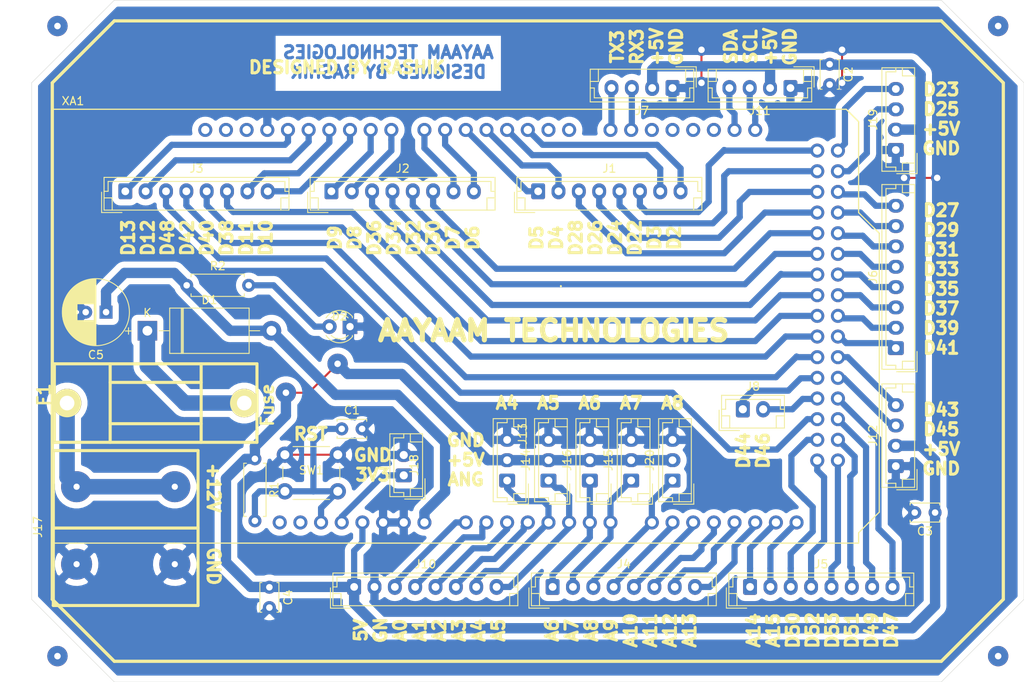
<source format=kicad_pcb>
(kicad_pcb (version 20171130) (host pcbnew 5.1.2-f72e74a~80~ubuntu18.04.1)
  (layers (0 F.Cu signal) (31 B.Cu signal) (34 B.Paste user) (35 F.Paste user) (36 B.SilkS user) (37 F.SilkS user) (38 B.Mask user) (39 F.Mask user) (44 Edge.Cuts user))
  (net 0 "")
  (net 1 GND)
  (net 2 "Net-(C1-Pad1)")
  (net 3 +5V)
  (net 4 +12V)
  (net 5 "Net-(D1-Pad1)")
  (net 6 "Net-(D2-Pad2)")
  (net 7 "Net-(F1-Pad2)")
  (net 8 D5)
  (net 9 D4)
  (net 10 D28)
  (net 11 D26)
  (net 12 D24)
  (net 13 D22)
  (net 14 D3)
  (net 15 D2)
  (net 16 D6)
  (net 17 D7)
  (net 18 D30)
  (net 19 D32)
  (net 20 D34)
  (net 21 D36)
  (net 22 D8)
  (net 23 D9)
  (net 24 D13)
  (net 25 D12)
  (net 26 D48)
  (net 27 D42)
  (net 28 D40)
  (net 29 D38)
  (net 30 D11)
  (net 31 D10)
  (net 32 A4)
  (net 33 A5)
  (net 34 A6)
  (net 35 A7)
  (net 36 A8)
  (net 37 A9)
  (net 38 A10)
  (net 39 A11)
  (net 40 D47)
  (net 41 D49)
  (net 42 D51)
  (net 43 D50)
  (net 44 A15)
  (net 45 A14)
  (net 46 A13)
  (net 47 A12)
  (net 48 D31)
  (net 49 D33)
  (net 50 D35)
  (net 51 D37)
  (net 52 D39)
  (net 53 D41)
  (net 54 D43)
  (net 55 D45)
  (net 56 Tx1)
  (net 57 Rx1)
  (net 58 D27)
  (net 59 D29)
  (net 60 D25)
  (net 61 D23)
  (net 62 A0)
  (net 63 A1)
  (net 64 A3)
  (net 65 A2)
  (net 66 +3V3)
  (net 67 "Net-(XA1-PadIORF)")
  (net 68 SCL)
  (net 69 SDA)
  (net 70 Rx2)
  (net 71 Tx2)
  (net 72 Rx3)
  (net 73 Tx3)
  (net 74 "Net-(XA1-PadD0)")
  (net 75 "Net-(XA1-PadD1)")
  (net 76 "Net-(XA1-PadSCL)")
  (net 77 "Net-(XA1-PadSDA)")
  (net 78 "Net-(XA1-PadAREF)")
  (net 79 D44)
  (net 80 D46)
  (net 81 D52)
  (net 82 D53)
  (module Arduino:Arduino_Mega2560_Shield (layer F.Cu) (at 88.9 115.010001)
    (fp_text reference XA1 (at 2.54 -54.356) (layer F.SilkS))
    (fp_text value Arduino_Mega2560_Shield)
    (fp_text user . (at 62.484 -32.004) (layer F.SilkS))
    (pad A0 thru_hole oval (at 50.8 -2.54) (size 1.7272 1.7272) (drill 1.016) (layers *.Cu *.Mask) (net 62 A0))
    (pad VIN thru_hole oval (at 45.72 -2.54) (size 1.7272 1.7272) (drill 1.016) (layers *.Cu *.Mask) (net 4 +12V))
    (pad GND3 thru_hole oval (at 43.18 -2.54) (size 1.7272 1.7272) (drill 1.016) (layers *.Cu *.Mask) (net 1 GND))
    (pad GND2 thru_hole oval (at 40.64 -2.54) (size 1.7272 1.7272) (drill 1.016) (layers *.Cu *.Mask) (net 1 GND))
    (pad 5V1 thru_hole oval (at 38.1 -2.54) (size 1.7272 1.7272) (drill 1.016) (layers *.Cu *.Mask) (net 3 +5V))
    (pad 3V3 thru_hole oval (at 35.56 -2.54) (size 1.7272 1.7272) (drill 1.016) (layers *.Cu *.Mask) (net 66 +3V3))
    (pad RST1 thru_hole oval (at 33.02 -2.54) (size 1.7272 1.7272) (drill 1.016) (layers *.Cu *.Mask) (net 2 "Net-(C1-Pad1)"))
    (pad IORF thru_hole oval (at 30.48 -2.54) (size 1.7272 1.7272) (drill 1.016) (layers *.Cu *.Mask) (net 67 "Net-(XA1-PadIORF)"))
    (pad D21 thru_hole oval (at 86.36 -50.8) (size 1.7272 1.7272) (drill 1.016) (layers *.Cu *.Mask) (net 68 SCL))
    (pad D20 thru_hole oval (at 83.82 -50.8) (size 1.7272 1.7272) (drill 1.016) (layers *.Cu *.Mask) (net 69 SDA))
    (pad D19 thru_hole oval (at 81.28 -50.8) (size 1.7272 1.7272) (drill 1.016) (layers *.Cu *.Mask) (net 57 Rx1))
    (pad D18 thru_hole oval (at 78.74 -50.8) (size 1.7272 1.7272) (drill 1.016) (layers *.Cu *.Mask) (net 56 Tx1))
    (pad D17 thru_hole oval (at 76.2 -50.8) (size 1.7272 1.7272) (drill 1.016) (layers *.Cu *.Mask) (net 70 Rx2))
    (pad D16 thru_hole oval (at 73.66 -50.8) (size 1.7272 1.7272) (drill 1.016) (layers *.Cu *.Mask) (net 71 Tx2))
    (pad D15 thru_hole oval (at 71.12 -50.8) (size 1.7272 1.7272) (drill 1.016) (layers *.Cu *.Mask) (net 72 Rx3))
    (pad D14 thru_hole oval (at 68.58 -50.8) (size 1.7272 1.7272) (drill 1.016) (layers *.Cu *.Mask) (net 73 Tx3))
    (pad D0 thru_hole oval (at 63.5 -50.8) (size 1.7272 1.7272) (drill 1.016) (layers *.Cu *.Mask) (net 74 "Net-(XA1-PadD0)"))
    (pad D1 thru_hole oval (at 60.96 -50.8) (size 1.7272 1.7272) (drill 1.016) (layers *.Cu *.Mask) (net 75 "Net-(XA1-PadD1)"))
    (pad D2 thru_hole oval (at 58.42 -50.8) (size 1.7272 1.7272) (drill 1.016) (layers *.Cu *.Mask) (net 15 D2))
    (pad D3 thru_hole oval (at 55.88 -50.8) (size 1.7272 1.7272) (drill 1.016) (layers *.Cu *.Mask) (net 14 D3))
    (pad D4 thru_hole oval (at 53.34 -50.8) (size 1.7272 1.7272) (drill 1.016) (layers *.Cu *.Mask) (net 9 D4))
    (pad D5 thru_hole oval (at 50.8 -50.8) (size 1.7272 1.7272) (drill 1.016) (layers *.Cu *.Mask) (net 8 D5))
    (pad D6 thru_hole oval (at 48.26 -50.8) (size 1.7272 1.7272) (drill 1.016) (layers *.Cu *.Mask) (net 16 D6))
    (pad D7 thru_hole oval (at 45.72 -50.8) (size 1.7272 1.7272) (drill 1.016) (layers *.Cu *.Mask) (net 17 D7))
    (pad GND1 thru_hole oval (at 26.416 -50.8) (size 1.7272 1.7272) (drill 1.016) (layers *.Cu *.Mask) (net 1 GND))
    (pad D8 thru_hole oval (at 41.656 -50.8) (size 1.7272 1.7272) (drill 1.016) (layers *.Cu *.Mask) (net 22 D8))
    (pad D9 thru_hole oval (at 39.116 -50.8) (size 1.7272 1.7272) (drill 1.016) (layers *.Cu *.Mask) (net 23 D9))
    (pad D10 thru_hole oval (at 36.576 -50.8) (size 1.7272 1.7272) (drill 1.016) (layers *.Cu *.Mask) (net 31 D10))
    (pad SCL thru_hole oval (at 18.796 -50.8) (size 1.7272 1.7272) (drill 1.016) (layers *.Cu *.Mask) (net 76 "Net-(XA1-PadSCL)"))
    (pad SDA thru_hole oval (at 21.336 -50.8) (size 1.7272 1.7272) (drill 1.016) (layers *.Cu *.Mask) (net 77 "Net-(XA1-PadSDA)"))
    (pad AREF thru_hole oval (at 23.876 -50.8) (size 1.7272 1.7272) (drill 1.016) (layers *.Cu *.Mask) (net 78 "Net-(XA1-PadAREF)"))
    (pad D13 thru_hole oval (at 28.956 -50.8) (size 1.7272 1.7272) (drill 1.016) (layers *.Cu *.Mask) (net 24 D13))
    (pad D12 thru_hole oval (at 31.496 -50.8) (size 1.7272 1.7272) (drill 1.016) (layers *.Cu *.Mask) (net 25 D12))
    (pad D11 thru_hole oval (at 34.036 -50.8) (size 1.7272 1.7272) (drill 1.016) (layers *.Cu *.Mask) (net 30 D11))
    (pad "" thru_hole oval (at 27.94 -2.54) (size 1.7272 1.7272) (drill 1.016) (layers *.Cu *.Mask))
    (pad A1 thru_hole oval (at 53.34 -2.54) (size 1.7272 1.7272) (drill 1.016) (layers *.Cu *.Mask) (net 63 A1))
    (pad A2 thru_hole oval (at 55.88 -2.54) (size 1.7272 1.7272) (drill 1.016) (layers *.Cu *.Mask) (net 65 A2))
    (pad A3 thru_hole oval (at 58.42 -2.54) (size 1.7272 1.7272) (drill 1.016) (layers *.Cu *.Mask) (net 64 A3))
    (pad A4 thru_hole oval (at 60.96 -2.54) (size 1.7272 1.7272) (drill 1.016) (layers *.Cu *.Mask) (net 32 A4))
    (pad A5 thru_hole oval (at 63.5 -2.54) (size 1.7272 1.7272) (drill 1.016) (layers *.Cu *.Mask) (net 33 A5))
    (pad A6 thru_hole oval (at 66.04 -2.54) (size 1.7272 1.7272) (drill 1.016) (layers *.Cu *.Mask) (net 34 A6))
    (pad A7 thru_hole oval (at 68.58 -2.54) (size 1.7272 1.7272) (drill 1.016) (layers *.Cu *.Mask) (net 35 A7))
    (pad A8 thru_hole oval (at 73.66 -2.54) (size 1.7272 1.7272) (drill 1.016) (layers *.Cu *.Mask) (net 36 A8))
    (pad A9 thru_hole oval (at 76.2 -2.54) (size 1.7272 1.7272) (drill 1.016) (layers *.Cu *.Mask) (net 37 A9))
    (pad A10 thru_hole oval (at 78.74 -2.54) (size 1.7272 1.7272) (drill 1.016) (layers *.Cu *.Mask) (net 38 A10))
    (pad A11 thru_hole oval (at 81.28 -2.54) (size 1.7272 1.7272) (drill 1.016) (layers *.Cu *.Mask) (net 39 A11))
    (pad A12 thru_hole oval (at 83.82 -2.54) (size 1.7272 1.7272) (drill 1.016) (layers *.Cu *.Mask) (net 47 A12))
    (pad A13 thru_hole oval (at 86.36 -2.54) (size 1.7272 1.7272) (drill 1.016) (layers *.Cu *.Mask) (net 46 A13))
    (pad A14 thru_hole oval (at 88.9 -2.54) (size 1.7272 1.7272) (drill 1.016) (layers *.Cu *.Mask) (net 45 A14))
    (pad A15 thru_hole oval (at 91.44 -2.54) (size 1.7272 1.7272) (drill 1.016) (layers *.Cu *.Mask) (net 44 A15))
    (pad D22 thru_hole oval (at 93.98 -48.26) (size 1.7272 1.7272) (drill 1.016) (layers *.Cu *.Mask) (net 13 D22))
    (pad D23 thru_hole oval (at 96.52 -48.26) (size 1.7272 1.7272) (drill 1.016) (layers *.Cu *.Mask) (net 61 D23))
    (pad D24 thru_hole oval (at 93.98 -45.72) (size 1.7272 1.7272) (drill 1.016) (layers *.Cu *.Mask) (net 12 D24))
    (pad D25 thru_hole oval (at 96.52 -45.72) (size 1.7272 1.7272) (drill 1.016) (layers *.Cu *.Mask) (net 60 D25))
    (pad D26 thru_hole oval (at 93.98 -43.18) (size 1.7272 1.7272) (drill 1.016) (layers *.Cu *.Mask) (net 11 D26))
    (pad D27 thru_hole oval (at 96.52 -43.18) (size 1.7272 1.7272) (drill 1.016) (layers *.Cu *.Mask) (net 58 D27))
    (pad D28 thru_hole oval (at 93.98 -40.64) (size 1.7272 1.7272) (drill 1.016) (layers *.Cu *.Mask) (net 10 D28))
    (pad D29 thru_hole oval (at 96.52 -40.64) (size 1.7272 1.7272) (drill 1.016) (layers *.Cu *.Mask) (net 59 D29))
    (pad D30 thru_hole oval (at 93.98 -38.1) (size 1.7272 1.7272) (drill 1.016) (layers *.Cu *.Mask) (net 18 D30))
    (pad D31 thru_hole oval (at 96.52 -38.1) (size 1.7272 1.7272) (drill 1.016) (layers *.Cu *.Mask) (net 48 D31))
    (pad D32 thru_hole oval (at 93.98 -35.56) (size 1.7272 1.7272) (drill 1.016) (layers *.Cu *.Mask) (net 19 D32))
    (pad D33 thru_hole oval (at 96.52 -35.56) (size 1.7272 1.7272) (drill 1.016) (layers *.Cu *.Mask) (net 49 D33))
    (pad D34 thru_hole oval (at 93.98 -33.02) (size 1.7272 1.7272) (drill 1.016) (layers *.Cu *.Mask) (net 20 D34))
    (pad D35 thru_hole oval (at 96.52 -33.02) (size 1.7272 1.7272) (drill 1.016) (layers *.Cu *.Mask) (net 50 D35))
    (pad D36 thru_hole oval (at 93.98 -30.48) (size 1.7272 1.7272) (drill 1.016) (layers *.Cu *.Mask) (net 21 D36))
    (pad D37 thru_hole oval (at 96.52 -30.48) (size 1.7272 1.7272) (drill 1.016) (layers *.Cu *.Mask) (net 51 D37))
    (pad D38 thru_hole oval (at 93.98 -27.94) (size 1.7272 1.7272) (drill 1.016) (layers *.Cu *.Mask) (net 29 D38))
    (pad D39 thru_hole oval (at 96.52 -27.94) (size 1.7272 1.7272) (drill 1.016) (layers *.Cu *.Mask) (net 52 D39))
    (pad D40 thru_hole oval (at 93.98 -25.4) (size 1.7272 1.7272) (drill 1.016) (layers *.Cu *.Mask) (net 28 D40))
    (pad D41 thru_hole oval (at 96.52 -25.4) (size 1.7272 1.7272) (drill 1.016) (layers *.Cu *.Mask) (net 53 D41))
    (pad D42 thru_hole oval (at 93.98 -22.86) (size 1.7272 1.7272) (drill 1.016) (layers *.Cu *.Mask) (net 27 D42))
    (pad D43 thru_hole oval (at 96.52 -22.86) (size 1.7272 1.7272) (drill 1.016) (layers *.Cu *.Mask) (net 54 D43))
    (pad D44 thru_hole oval (at 93.98 -20.32) (size 1.7272 1.7272) (drill 1.016) (layers *.Cu *.Mask) (net 79 D44))
    (pad D45 thru_hole oval (at 96.52 -20.32) (size 1.7272 1.7272) (drill 1.016) (layers *.Cu *.Mask) (net 55 D45))
    (pad D46 thru_hole oval (at 93.98 -17.78) (size 1.7272 1.7272) (drill 1.016) (layers *.Cu *.Mask) (net 80 D46))
    (pad D47 thru_hole oval (at 96.52 -17.78) (size 1.7272 1.7272) (drill 1.016) (layers *.Cu *.Mask) (net 40 D47))
    (pad D48 thru_hole oval (at 93.98 -15.24) (size 1.7272 1.7272) (drill 1.016) (layers *.Cu *.Mask) (net 26 D48))
    (pad D49 thru_hole oval (at 96.52 -15.24) (size 1.7272 1.7272) (drill 1.016) (layers *.Cu *.Mask) (net 41 D49))
    (pad D50 thru_hole oval (at 93.98 -12.7) (size 1.7272 1.7272) (drill 1.016) (layers *.Cu *.Mask) (net 43 D50))
    (pad D51 thru_hole oval (at 96.52 -12.7) (size 1.7272 1.7272) (drill 1.016) (layers *.Cu *.Mask) (net 42 D51))
    (pad D52 thru_hole oval (at 93.98 -10.16) (size 1.7272 1.7272) (drill 1.016) (layers *.Cu *.Mask) (net 81 D52))
    (pad D53 thru_hole oval (at 96.52 -10.16) (size 1.7272 1.7272) (drill 1.016) (layers *.Cu *.Mask) (net 82 D53))
  )
  (module Resistor_THT:R_Axial_DIN0207_L6.3mm_D2.5mm_P7.62mm_Horizontal (layer F.Cu) (at 105.41 83.312)
    (fp_text reference R2 (at 3.81 -2.37) (layer F.SilkS))
    (fp_text value R)
    (pad 2 thru_hole oval (at 7.62 0) (size 1.6 1.6) (drill 0.8) (layers *.Cu *.Mask) (net 6 "Net-(D2-Pad2)"))
    (pad 1 thru_hole circle (at 0 0) (size 1.6 1.6) (drill 0.8) (layers *.Cu *.Mask) (net 4 +12V))
  )
  (module Capacitor_THT:C_Disc_D3.4mm_W2.1mm_P2.50mm (layer F.Cu) (at 124.46 100.965)
    (fp_text reference C1 (at 1.25 -2.3) (layer F.SilkS))
    (fp_text value "RST CAP")
    (pad 1 thru_hole circle (at 0 0) (size 1.6 1.6) (drill 0.8) (layers *.Cu *.Mask) (net 2 "Net-(C1-Pad1)"))
    (pad 2 thru_hole circle (at 2.5 0) (size 1.6 1.6) (drill 0.8) (layers *.Cu *.Mask) (net 1 GND))
  )
  (module Capacitor_THT:C_Disc_D3.4mm_W2.1mm_P2.50mm (layer F.Cu) (at 184.404 56.134 270)
    (fp_text reference C2 (at 1.25 -2.3 90) (layer F.SilkS))
    (fp_text value CAP)
    (pad 1 thru_hole circle (at 0 0 270) (size 1.6 1.6) (drill 0.8) (layers *.Cu *.Mask) (net 3 +5V))
    (pad 2 thru_hole circle (at 2.5 0 270) (size 1.6 1.6) (drill 0.8) (layers *.Cu *.Mask) (net 1 GND))
  )
  (module Capacitor_THT:C_Disc_D3.4mm_W2.1mm_P2.50mm (layer F.Cu) (at 197.358 111.252 180)
    (fp_text reference C3 (at 1.25 -2.3) (layer F.SilkS))
    (fp_text value CAP)
    (pad 2 thru_hole circle (at 2.5 0 180) (size 1.6 1.6) (drill 0.8) (layers *.Cu *.Mask) (net 1 GND))
    (pad 1 thru_hole circle (at 0 0 180) (size 1.6 1.6) (drill 0.8) (layers *.Cu *.Mask) (net 3 +5V))
  )
  (module Capacitor_THT:C_Disc_D3.4mm_W2.1mm_P2.50mm (layer F.Cu) (at 115.57 120.436 270)
    (fp_text reference C4 (at 1.25 -2.3 90) (layer F.SilkS))
    (fp_text value CAP)
    (pad 1 thru_hole circle (at 0 0 270) (size 1.6 1.6) (drill 0.8) (layers *.Cu *.Mask) (net 3 +5V))
    (pad 2 thru_hole circle (at 2.5 0 270) (size 1.6 1.6) (drill 0.8) (layers *.Cu *.Mask) (net 1 GND))
  )
  (module Capacitor_THT:CP_Radial_D8.0mm_P2.50mm (layer F.Cu) (at 95.504 86.614 180)
    (fp_text reference C5 (at 1.25 -5.25) (layer F.SilkS))
    (fp_text value 470uF)
    (pad 1 thru_hole rect (at 0 0 180) (size 1.6 1.6) (drill 0.8) (layers *.Cu *.Mask) (net 4 +12V))
    (pad 2 thru_hole circle (at 2.5 0 180) (size 1.6 1.6) (drill 0.8) (layers *.Cu *.Mask) (net 1 GND))
  )
  (module LED_THT:LED_D3.0mm (layer F.Cu) (at 125.476 88.392 180)
    (fp_text reference D2 (at 1.27 1.27) (layer F.SilkS))
    (fp_text value LED)
    (pad 1 thru_hole rect (at 0 0 180) (size 1.8 1.8) (drill 0.9) (layers *.Cu *.Mask) (net 1 GND))
    (pad 2 thru_hole circle (at 2.54 0 180) (size 1.8 1.8) (drill 0.9) (layers *.Cu *.Mask) (net 6 "Net-(D2-Pad2)"))
  )
  (module rashik:fuse_holder (layer F.Cu) (at 101.6 97.79 270)
    (fp_text reference F1 (at -1.016 13.716 90) (layer F.SilkS) (effects (font (size 1.524 1.524) (thickness 0.3048))))
    (fp_text value Fuse (at 0.254 -13.716 90) (layer F.SilkS) (effects (font (size 1.524 1.524) (thickness 0.3048))))
    (pad 1 thru_hole circle (at 0 -10.8839 270) (size 3.50012 3.50012) (drill 1.80086) (layers *.Cu *.Mask F.SilkS) (net 5 "Net-(D1-Pad1)"))
    (pad 2 thru_hole circle (at 0 10.8839 270) (size 3.50012 3.50012) (drill 1.80086) (layers *.Cu *.Mask F.SilkS) (net 7 "Net-(F1-Pad2)"))
  )
  (module Connector_JST:JST_EH_B8B-EH-A_1x08_P2.50mm_Vertical (layer F.Cu) (at 148.59 71.755)
    (fp_text reference J1 (at 8.75 -2.8) (layer F.SilkS))
    (fp_text value Conn_01x08_Male)
    (pad 1 thru_hole roundrect (at 0 0) (size 1.7 1.95) (drill 0.95) (layers *.Cu *.Mask) (roundrect_rratio 0.147059) (net 8 D5))
    (pad 2 thru_hole oval (at 2.5 0) (size 1.7 1.95) (drill 0.95) (layers *.Cu *.Mask) (net 9 D4))
    (pad 3 thru_hole oval (at 5 0) (size 1.7 1.95) (drill 0.95) (layers *.Cu *.Mask) (net 10 D28))
    (pad 4 thru_hole oval (at 7.5 0) (size 1.7 1.95) (drill 0.95) (layers *.Cu *.Mask) (net 11 D26))
    (pad 5 thru_hole oval (at 10 0) (size 1.7 1.95) (drill 0.95) (layers *.Cu *.Mask) (net 12 D24))
    (pad 6 thru_hole oval (at 12.5 0) (size 1.7 1.95) (drill 0.95) (layers *.Cu *.Mask) (net 13 D22))
    (pad 7 thru_hole oval (at 15 0) (size 1.7 1.95) (drill 0.95) (layers *.Cu *.Mask) (net 14 D3))
    (pad 8 thru_hole oval (at 17.5 0) (size 1.7 1.95) (drill 0.95) (layers *.Cu *.Mask) (net 15 D2))
  )
  (module Connector_JST:JST_EH_B8B-EH-A_1x08_P2.50mm_Vertical (layer F.Cu) (at 123.19 71.755)
    (fp_text reference J2 (at 8.75 -2.8) (layer F.SilkS))
    (fp_text value Conn_01x08_Male)
    (pad 8 thru_hole oval (at 17.5 0) (size 1.7 1.95) (drill 0.95) (layers *.Cu *.Mask) (net 16 D6))
    (pad 7 thru_hole oval (at 15 0) (size 1.7 1.95) (drill 0.95) (layers *.Cu *.Mask) (net 17 D7))
    (pad 6 thru_hole oval (at 12.5 0) (size 1.7 1.95) (drill 0.95) (layers *.Cu *.Mask) (net 18 D30))
    (pad 5 thru_hole oval (at 10 0) (size 1.7 1.95) (drill 0.95) (layers *.Cu *.Mask) (net 19 D32))
    (pad 4 thru_hole oval (at 7.5 0) (size 1.7 1.95) (drill 0.95) (layers *.Cu *.Mask) (net 20 D34))
    (pad 3 thru_hole oval (at 5 0) (size 1.7 1.95) (drill 0.95) (layers *.Cu *.Mask) (net 21 D36))
    (pad 2 thru_hole oval (at 2.5 0) (size 1.7 1.95) (drill 0.95) (layers *.Cu *.Mask) (net 22 D8))
    (pad 1 thru_hole roundrect (at 0 0) (size 1.7 1.95) (drill 0.95) (layers *.Cu *.Mask) (roundrect_rratio 0.147059) (net 23 D9))
  )
  (module Connector_JST:JST_EH_B8B-EH-A_1x08_P2.50mm_Vertical (layer F.Cu) (at 97.87 71.755)
    (fp_text reference J3 (at 8.75 -2.8) (layer F.SilkS))
    (fp_text value Conn_01x08_Male)
    (pad 1 thru_hole roundrect (at 0 0) (size 1.7 1.95) (drill 0.95) (layers *.Cu *.Mask) (roundrect_rratio 0.147059) (net 24 D13))
    (pad 2 thru_hole oval (at 2.5 0) (size 1.7 1.95) (drill 0.95) (layers *.Cu *.Mask) (net 25 D12))
    (pad 3 thru_hole oval (at 5 0) (size 1.7 1.95) (drill 0.95) (layers *.Cu *.Mask) (net 26 D48))
    (pad 4 thru_hole oval (at 7.5 0) (size 1.7 1.95) (drill 0.95) (layers *.Cu *.Mask) (net 27 D42))
    (pad 5 thru_hole oval (at 10 0) (size 1.7 1.95) (drill 0.95) (layers *.Cu *.Mask) (net 28 D40))
    (pad 6 thru_hole oval (at 12.5 0) (size 1.7 1.95) (drill 0.95) (layers *.Cu *.Mask) (net 29 D38))
    (pad 7 thru_hole oval (at 15 0) (size 1.7 1.95) (drill 0.95) (layers *.Cu *.Mask) (net 30 D11))
    (pad 8 thru_hole oval (at 17.5 0) (size 1.7 1.95) (drill 0.95) (layers *.Cu *.Mask) (net 31 D10))
  )
  (module Connector_JST:JST_EH_B8B-EH-A_1x08_P2.50mm_Vertical (layer F.Cu) (at 150.368 120.396)
    (fp_text reference J4 (at 8.75 -2.8) (layer F.SilkS))
    (fp_text value Conn_01x08_Male)
    (pad 1 thru_hole roundrect (at 0 0) (size 1.7 1.95) (drill 0.95) (layers *.Cu *.Mask) (roundrect_rratio 0.147059) (net 34 A6))
    (pad 2 thru_hole oval (at 2.5 0) (size 1.7 1.95) (drill 0.95) (layers *.Cu *.Mask) (net 35 A7))
    (pad 3 thru_hole oval (at 5 0) (size 1.7 1.95) (drill 0.95) (layers *.Cu *.Mask) (net 36 A8))
    (pad 4 thru_hole oval (at 7.5 0) (size 1.7 1.95) (drill 0.95) (layers *.Cu *.Mask) (net 37 A9))
    (pad 5 thru_hole oval (at 10 0) (size 1.7 1.95) (drill 0.95) (layers *.Cu *.Mask) (net 38 A10))
    (pad 6 thru_hole oval (at 12.5 0) (size 1.7 1.95) (drill 0.95) (layers *.Cu *.Mask) (net 39 A11))
    (pad 7 thru_hole oval (at 15 0) (size 1.7 1.95) (drill 0.95) (layers *.Cu *.Mask) (net 47 A12))
    (pad 8 thru_hole oval (at 17.5 0) (size 1.7 1.95) (drill 0.95) (layers *.Cu *.Mask) (net 46 A13))
  )
  (module Connector_JST:JST_EH_B8B-EH-A_1x08_P2.50mm_Vertical (layer F.Cu) (at 174.625 120.396)
    (fp_text reference J5 (at 8.75 -2.8) (layer F.SilkS))
    (fp_text value Conn_01x08_Male)
    (pad 8 thru_hole oval (at 17.5 0) (size 1.7 1.95) (drill 0.95) (layers *.Cu *.Mask) (net 40 D47))
    (pad 7 thru_hole oval (at 15 0) (size 1.7 1.95) (drill 0.95) (layers *.Cu *.Mask) (net 41 D49))
    (pad 6 thru_hole oval (at 12.5 0) (size 1.7 1.95) (drill 0.95) (layers *.Cu *.Mask) (net 42 D51))
    (pad 5 thru_hole oval (at 10 0) (size 1.7 1.95) (drill 0.95) (layers *.Cu *.Mask) (net 82 D53))
    (pad 4 thru_hole oval (at 7.5 0) (size 1.7 1.95) (drill 0.95) (layers *.Cu *.Mask) (net 81 D52))
    (pad 3 thru_hole oval (at 5 0) (size 1.7 1.95) (drill 0.95) (layers *.Cu *.Mask) (net 43 D50))
    (pad 2 thru_hole oval (at 2.5 0) (size 1.7 1.95) (drill 0.95) (layers *.Cu *.Mask) (net 44 A15))
    (pad 1 thru_hole roundrect (at 0 0) (size 1.7 1.95) (drill 0.95) (layers *.Cu *.Mask) (roundrect_rratio 0.147059) (net 45 A14))
  )
  (module Connector_JST:JST_EH_B8B-EH-A_1x08_P2.50mm_Vertical (layer F.Cu) (at 192.532 91.0336 90)
    (fp_text reference J6 (at 8.75 -2.8 90) (layer F.SilkS))
    (fp_text value Conn_01x08_Male)
    (pad 8 thru_hole oval (at 17.5 0 90) (size 1.7 1.95) (drill 0.95) (layers *.Cu *.Mask) (net 58 D27))
    (pad 7 thru_hole oval (at 15 0 90) (size 1.7 1.95) (drill 0.95) (layers *.Cu *.Mask) (net 59 D29))
    (pad 6 thru_hole oval (at 12.5 0 90) (size 1.7 1.95) (drill 0.95) (layers *.Cu *.Mask) (net 48 D31))
    (pad 5 thru_hole oval (at 10 0 90) (size 1.7 1.95) (drill 0.95) (layers *.Cu *.Mask) (net 49 D33))
    (pad 4 thru_hole oval (at 7.5 0 90) (size 1.7 1.95) (drill 0.95) (layers *.Cu *.Mask) (net 50 D35))
    (pad 3 thru_hole oval (at 5 0 90) (size 1.7 1.95) (drill 0.95) (layers *.Cu *.Mask) (net 51 D37))
    (pad 2 thru_hole oval (at 2.5 0 90) (size 1.7 1.95) (drill 0.95) (layers *.Cu *.Mask) (net 52 D39))
    (pad 1 thru_hole roundrect (at 0 0 90) (size 1.7 1.95) (drill 0.95) (layers *.Cu *.Mask) (roundrect_rratio 0.147059) (net 53 D41))
  )
  (module Connector_JST:JST_EH_B4B-EH-A_1x04_P2.50mm_Vertical (layer F.Cu) (at 165.1 59.055 180)
    (fp_text reference J7 (at 3.75 -2.8) (layer F.SilkS))
    (fp_text value Conn_01x04_Male)
    (pad 4 thru_hole oval (at 7.5 0 180) (size 1.7 1.95) (drill 0.95) (layers *.Cu *.Mask) (net 73 Tx3))
    (pad 3 thru_hole oval (at 5 0 180) (size 1.7 1.95) (drill 0.95) (layers *.Cu *.Mask) (net 72 Rx3))
    (pad 2 thru_hole oval (at 2.5 0 180) (size 1.7 1.95) (drill 0.95) (layers *.Cu *.Mask) (net 3 +5V))
    (pad 1 thru_hole roundrect (at 0 0 180) (size 1.7 1.95) (drill 0.95) (layers *.Cu *.Mask) (roundrect_rratio 0.147059) (net 1 GND))
  )
  (module Connector_JST:JST_EH_B4B-EH-A_1x04_P2.50mm_Vertical (layer F.Cu) (at 179.585 59.055 180)
    (fp_text reference J11 (at 3.75 -2.8) (layer F.SilkS))
    (fp_text value Conn_01x04_Male)
    (pad 1 thru_hole roundrect (at 0 0 180) (size 1.7 1.95) (drill 0.95) (layers *.Cu *.Mask) (roundrect_rratio 0.147059) (net 1 GND))
    (pad 2 thru_hole oval (at 2.5 0 180) (size 1.7 1.95) (drill 0.95) (layers *.Cu *.Mask) (net 3 +5V))
    (pad 3 thru_hole oval (at 5 0 180) (size 1.7 1.95) (drill 0.95) (layers *.Cu *.Mask) (net 68 SCL))
    (pad 4 thru_hole oval (at 7.5 0 180) (size 1.7 1.95) (drill 0.95) (layers *.Cu *.Mask) (net 69 SDA))
  )
  (module Connector_JST:JST_EH_B4B-EH-A_1x04_P2.50mm_Vertical (layer F.Cu) (at 192.532 105.544 90)
    (fp_text reference J12 (at 3.75 -2.8 90) (layer F.SilkS))
    (fp_text value Conn_01x04_Male)
    (pad 4 thru_hole oval (at 7.5 0 90) (size 1.7 1.95) (drill 0.95) (layers *.Cu *.Mask) (net 54 D43))
    (pad 3 thru_hole oval (at 5 0 90) (size 1.7 1.95) (drill 0.95) (layers *.Cu *.Mask) (net 55 D45))
    (pad 2 thru_hole oval (at 2.5 0 90) (size 1.7 1.95) (drill 0.95) (layers *.Cu *.Mask) (net 3 +5V))
    (pad 1 thru_hole roundrect (at 0 0 90) (size 1.7 1.95) (drill 0.95) (layers *.Cu *.Mask) (roundrect_rratio 0.147059) (net 1 GND))
  )
  (module Connector_JST:JST_EH_B3B-EH-A_1x03_P2.50mm_Vertical (layer F.Cu) (at 144.78 107.315 90)
    (fp_text reference J13 (at 5.715 1.905 90) (layer F.SilkS))
    (fp_text value Conn_01x03_Male)
    (pad 1 thru_hole roundrect (at 0 0 90) (size 1.7 1.95) (drill 0.95) (layers *.Cu *.Mask) (roundrect_rratio 0.147059) (net 32 A4))
    (pad 2 thru_hole oval (at 2.5 0 90) (size 1.7 1.95) (drill 0.95) (layers *.Cu *.Mask) (net 3 +5V))
    (pad 3 thru_hole oval (at 5 0 90) (size 1.7 1.95) (drill 0.95) (layers *.Cu *.Mask) (net 1 GND))
  )
  (module Connector_JST:JST_EH_B3B-EH-A_1x03_P2.50mm_Vertical (layer F.Cu) (at 149.86 107.315 90)
    (fp_text reference J14 (at 2.5 -2.8 90) (layer F.SilkS))
    (fp_text value Conn_01x03_Male)
    (pad 3 thru_hole oval (at 5 0 90) (size 1.7 1.95) (drill 0.95) (layers *.Cu *.Mask) (net 1 GND))
    (pad 2 thru_hole oval (at 2.5 0 90) (size 1.7 1.95) (drill 0.95) (layers *.Cu *.Mask) (net 3 +5V))
    (pad 1 thru_hole roundrect (at 0 0 90) (size 1.7 1.95) (drill 0.95) (layers *.Cu *.Mask) (roundrect_rratio 0.147059) (net 33 A5))
  )
  (module Connector_JST:JST_EH_B3B-EH-A_1x03_P2.50mm_Vertical (layer F.Cu) (at 160.02 107.315 90)
    (fp_text reference J15 (at 2.5 -2.8 90) (layer F.SilkS))
    (fp_text value Conn_01x03_Male)
    (pad 3 thru_hole oval (at 5 0 90) (size 1.7 1.95) (drill 0.95) (layers *.Cu *.Mask) (net 1 GND))
    (pad 2 thru_hole oval (at 2.5 0 90) (size 1.7 1.95) (drill 0.95) (layers *.Cu *.Mask) (net 3 +5V))
    (pad 1 thru_hole roundrect (at 0 0 90) (size 1.7 1.95) (drill 0.95) (layers *.Cu *.Mask) (roundrect_rratio 0.147059) (net 35 A7))
  )
  (module Connector_JST:JST_EH_B3B-EH-A_1x03_P2.50mm_Vertical (layer F.Cu) (at 154.94 107.315 90)
    (fp_text reference J16 (at 2.5 -2.8 90) (layer F.SilkS))
    (fp_text value Conn_01x03_Male)
    (pad 1 thru_hole roundrect (at 0 0 90) (size 1.7 1.95) (drill 0.95) (layers *.Cu *.Mask) (roundrect_rratio 0.147059) (net 34 A6))
    (pad 2 thru_hole oval (at 2.5 0 90) (size 1.7 1.95) (drill 0.95) (layers *.Cu *.Mask) (net 3 +5V))
    (pad 3 thru_hole oval (at 5 0 90) (size 1.7 1.95) (drill 0.95) (layers *.Cu *.Mask) (net 1 GND))
  )
  (module rashik:Screw_Terminal_2_Pin (layer F.Cu) (at 97.79 107.95 90)
    (fp_text reference J17 (at -5.08 -10.668 90) (layer F.SilkS))
    (fp_text value "POWER IN")
    (pad 1 thru_hole circle (at -9.652 -5.9055 90) (size 3.81 3.81) (drill 0.762) (layers *.Cu *.Mask) (net 1 GND))
    (pad 1 thru_hole circle (at -9.652 6.1595 90) (size 3.81 3.81) (drill 0.762) (layers *.Cu *.Mask) (net 1 GND))
    (pad 2 thru_hole circle (at -0.127 6.1595 90) (size 3.81 3.81) (drill 0.762) (layers *.Cu *.Mask) (net 7 "Net-(F1-Pad2)"))
    (pad 2 thru_hole circle (at -0.127 -5.9055 90) (size 3.81 3.81) (drill 0.762) (layers *.Cu *.Mask) (net 7 "Net-(F1-Pad2)"))
  )
  (module Connector_JST:JST_EH_B2B-EH-A_1x02_P2.50mm_Vertical (layer F.Cu) (at 132.08 106.68 90)
    (fp_text reference J18 (at 1.27 1.27 90) (layer F.SilkS))
    (fp_text value "3.3V OUT")
    (pad 1 thru_hole roundrect (at 0 0 90) (size 1.7 2) (drill 1) (layers *.Cu *.Mask) (roundrect_rratio 0.147059) (net 66 +3V3))
    (pad 2 thru_hole oval (at 2.5 0 90) (size 1.7 2) (drill 1) (layers *.Cu *.Mask) (net 1 GND))
  )
  (module Resistor_THT:R_Axial_DIN0207_L6.3mm_D2.5mm_P7.62mm_Horizontal (layer F.Cu) (at 113.792 104.648 270)
    (fp_text reference R1 (at 3.81 -2.37 90) (layer F.SilkS))
    (fp_text value "RST R")
    (pad 1 thru_hole circle (at 0 0 270) (size 1.6 1.6) (drill 0.8) (layers *.Cu *.Mask) (net 3 +5V))
    (pad 2 thru_hole oval (at 7.62 0 270) (size 1.6 1.6) (drill 0.8) (layers *.Cu *.Mask) (net 2 "Net-(C1-Pad1)"))
  )
  (module Connector_JST:JST_EH_B8B-EH-A_1x08_P2.50mm_Vertical (layer F.Cu) (at 125.984 120.396)
    (fp_text reference J10 (at 8.75 -2.8) (layer F.SilkS))
    (fp_text value Conn_01x08_Male)
    (pad 1 thru_hole roundrect (at 0 0) (size 1.7 1.95) (drill 0.95) (layers *.Cu *.Mask) (roundrect_rratio 0.147059) (net 3 +5V))
    (pad 2 thru_hole oval (at 2.5 0) (size 1.7 1.95) (drill 0.95) (layers *.Cu *.Mask) (net 1 GND))
    (pad 3 thru_hole oval (at 5 0) (size 1.7 1.95) (drill 0.95) (layers *.Cu *.Mask) (net 62 A0))
    (pad 4 thru_hole oval (at 7.5 0) (size 1.7 1.95) (drill 0.95) (layers *.Cu *.Mask) (net 63 A1))
    (pad 5 thru_hole oval (at 10 0) (size 1.7 1.95) (drill 0.95) (layers *.Cu *.Mask) (net 65 A2))
    (pad 6 thru_hole oval (at 12.5 0) (size 1.7 1.95) (drill 0.95) (layers *.Cu *.Mask) (net 64 A3))
    (pad 7 thru_hole oval (at 15 0) (size 1.7 1.95) (drill 0.95) (layers *.Cu *.Mask) (net 32 A4))
    (pad 8 thru_hole oval (at 17.5 0) (size 1.7 1.95) (drill 0.95) (layers *.Cu *.Mask) (net 33 A5))
  )
  (module Connector_JST:JST_EH_B4B-EH-A_1x04_P2.50mm_Vertical (layer F.Cu) (at 192.532 66.675 90)
    (fp_text reference J19 (at 3.75 -2.8 90) (layer F.SilkS))
    (fp_text value Conn_01x04_Male)
    (pad 1 thru_hole roundrect (at 0 0 90) (size 1.7 1.95) (drill 0.95) (layers *.Cu *.Mask) (roundrect_rratio 0.147059) (net 1 GND))
    (pad 2 thru_hole oval (at 2.5 0 90) (size 1.7 1.95) (drill 0.95) (layers *.Cu *.Mask) (net 3 +5V))
    (pad 3 thru_hole oval (at 5 0 90) (size 1.7 1.95) (drill 0.95) (layers *.Cu *.Mask) (net 60 D25))
    (pad 4 thru_hole oval (at 7.5 0 90) (size 1.7 1.95) (drill 0.95) (layers *.Cu *.Mask) (net 61 D23))
  )
  (module Connector_JST:JST_EH_B3B-EH-A_1x03_P2.50mm_Vertical (layer F.Cu) (at 165.1 107.315 90)
    (fp_text reference J20 (at 2.5 -2.8 90) (layer F.SilkS))
    (fp_text value Conn_01x03_Male)
    (pad 1 thru_hole roundrect (at 0 0 90) (size 1.7 1.95) (drill 0.95) (layers *.Cu *.Mask) (roundrect_rratio 0.147059) (net 36 A8))
    (pad 2 thru_hole oval (at 2.5 0 90) (size 1.7 1.95) (drill 0.95) (layers *.Cu *.Mask) (net 3 +5V))
    (pad 3 thru_hole oval (at 5 0 90) (size 1.7 1.95) (drill 0.95) (layers *.Cu *.Mask) (net 1 GND))
  )
  (module Button_Switch_THT:SW_PUSH_6mm_H5mm (layer F.Cu) (at 117.475 104.14)
    (fp_text reference SW1 (at 3.25 1.905) (layer F.SilkS))
    (fp_text value RST)
    (pad 2 thru_hole circle (at 0 4.5 90) (size 2 2) (drill 1.1) (layers *.Cu *.Mask) (net 2 "Net-(C1-Pad1)"))
    (pad 1 thru_hole circle (at 0 0 90) (size 2 2) (drill 1.1) (layers *.Cu *.Mask) (net 1 GND))
    (pad 2 thru_hole circle (at 6.5 4.5 90) (size 2 2) (drill 1.1) (layers *.Cu *.Mask) (net 2 "Net-(C1-Pad1)"))
    (pad 1 thru_hole circle (at 6.5 0 90) (size 2 2) (drill 1.1) (layers *.Cu *.Mask) (net 1 GND))
  )
  (module Diode_THT:D_DO-27_P15.24mm_Horizontal (layer F.Cu) (at 100.584 88.9)
    (fp_text reference D1 (at 7.62 -3.785) (layer F.SilkS))
    (fp_text value DIODE)
    (fp_text user K (at 0 -2.2) (layer F.SilkS))
    (pad 1 thru_hole rect (at 0 0) (size 2.4 2.4) (drill 1.2) (layers *.Cu *.Mask) (net 5 "Net-(D1-Pad1)"))
    (pad 2 thru_hole oval (at 15.24 0) (size 2.4 2.4) (drill 1.2) (layers *.Cu *.Mask) (net 4 +12V))
  )
  (module Connector_JST:JST_EH_B2B-EH-A_1x02_P2.50mm_Vertical (layer F.Cu) (at 173.736 98.552)
    (fp_text reference J8 (at 1.25 -2.8) (layer F.SilkS))
    (fp_text value Conn_01x02_Male)
    (pad 1 thru_hole roundrect (at 0 0) (size 1.7 2) (drill 1) (layers *.Cu *.Mask) (roundrect_rratio 0.147059) (net 79 D44))
    (pad 2 thru_hole oval (at 2.5 0) (size 1.7 2) (drill 1) (layers *.Cu *.Mask) (net 80 D46))
  )
  (gr_text GND (at 108.712 117.856 270) (layer F.SilkS) (effects (font (size 1.5 1.5) (thickness 0.375))))
  (gr_text +12V (at 108.712 108.204 270) (layer F.SilkS) (effects (font (size 1.5 1.5) (thickness 0.375))))
  (gr_text "D44\nD46\n" (at 175.006 103.632 90) (layer F.SilkS) (effects (font (size 1.5 1.5) (thickness 0.375))))
  (gr_text RST (at 120.65 101.6) (layer F.SilkS) (effects (font (size 1.5 1.5) (thickness 0.375))))
  (gr_text "GND\n3V3\n" (at 128.27 105.41) (layer F.SilkS) (effects (font (size 1.5 1.5) (thickness 0.375))))
  (gr_text "DESIGNED BY RASHIK" (at 125.095 56.515) (layer F.SilkS) (effects (font (size 1.5 1.5) (thickness 0.375))))
  (gr_text "AAYAAM TECHNOLOGIES\nDESIGNED BY RASHIK\n" (at 130.175 55.88) (layer B.Cu) (effects (font (size 1.5 1.5) (thickness 0.375)) (justify mirror)))
  (gr_line (start 96.52 50.8) (end 88.9 58.42) (layer F.SilkS) (width 0.4))
  (gr_line (start 198.12 50.8) (end 96.52 50.8) (layer F.SilkS) (width 0.4))
  (gr_line (start 205.74 58.42) (end 198.12 50.8) (layer F.SilkS) (width 0.4))
  (gr_line (start 205.74 121.92) (end 205.74 58.42) (layer F.SilkS) (width 0.4))
  (gr_line (start 198.12 129.54) (end 205.74 121.92) (layer F.SilkS) (width 0.4))
  (gr_line (start 96.52 129.54) (end 198.12 129.54) (layer F.SilkS) (width 0.4))
  (gr_line (start 88.9 121.92) (end 96.52 129.54) (layer F.SilkS) (width 0.4))
  (gr_line (start 88.9 58.42) (end 88.9 121.92) (layer F.SilkS) (width 0.4))
  (gr_line (start 86.36 121.92) (end 86.36 58.42) (layer Edge.Cuts) (width 0.05))
  (gr_line (start 96.52 132.08) (end 86.36 121.92) (layer Edge.Cuts) (width 0.05))
  (gr_line (start 198.12 132.08) (end 96.52 132.08) (layer Edge.Cuts) (width 0.05))
  (gr_line (start 208.28 121.92) (end 198.12 132.08) (layer Edge.Cuts) (width 0.05))
  (gr_line (start 208.28 58.42) (end 208.28 121.92) (layer Edge.Cuts) (width 0.05))
  (gr_line (start 198.12 48.26) (end 208.28 58.42) (layer Edge.Cuts) (width 0.05))
  (gr_line (start 96.52 48.26) (end 198.12 48.26) (layer Edge.Cuts) (width 0.05))
  (gr_line (start 86.36 58.42) (end 96.52 48.26) (layer Edge.Cuts) (width 0.05))
  (gr_text "SDA\nSCL\n+5V\nGND" (at 175.895 53.975 90) (layer F.SilkS) (effects (font (size 1.5 1.5) (thickness 0.375))))
  (gr_text "TX3\nRX3\n+5V\nGND" (at 161.925 53.975 90) (layer F.SilkS) (effects (font (size 1.5 1.5) (thickness 0.375))))
  (gr_text "AAYAAM TECHNOLOGIES" (at 150.495 88.9) (layer F.SilkS) (effects (font (size 2.5 2.5) (thickness 0.625))))
  (gr_text "GND\n+5V\nANG\n" (at 139.7 104.775) (layer F.SilkS) (effects (font (size 1.5 1.5) (thickness 0.375))))
  (gr_text A8 (at 165.1 97.79) (layer F.SilkS) (effects (font (size 1.5 1.5) (thickness 0.375))))
  (gr_text A7 (at 160.02 97.79) (layer F.SilkS) (effects (font (size 1.5 1.5) (thickness 0.375))))
  (gr_text "A6\n" (at 154.94 97.79) (layer F.SilkS) (effects (font (size 1.5 1.5) (thickness 0.375))))
  (gr_text "A5\n" (at 149.86 97.79) (layer F.SilkS) (effects (font (size 1.5 1.5) (thickness 0.375))))
  (gr_text A4 (at 144.78 97.79) (layer F.SilkS) (effects (font (size 1.5 1.5) (thickness 0.375))))
  (gr_text "D23\nD25\n+5V\nGND" (at 198.12 62.865) (layer F.SilkS) (effects (font (size 1.5 1.5) (thickness 0.375))))
  (gr_text "D43\nD45\n+5V\nGND" (at 198.12 102.235) (layer F.SilkS) (effects (font (size 1.5 1.5) (thickness 0.375))))
  (gr_text "D27\nD29\nD31\nD33\nD35\nD37\nD39\nD41" (at 198.12 82.55) (layer F.SilkS) (effects (font (size 1.5 1.5) (thickness 0.375))))
  (gr_text "A14\nA15\nD50\nD52\nD53\nD51\nD49\nD47" (at 183.515 125.73 90) (layer F.SilkS) (effects (font (size 1.5 1.5) (thickness 0.375))))
  (gr_text "A6\nA7\nA8\nA9\nA10\nA11\nA12\nA13" (at 158.75 125.73 90) (layer F.SilkS) (effects (font (size 1.5 1.5) (thickness 0.375))))
  (gr_text "5V\nGN\nA0\nA1\nA2\nA3\nA4\nA5" (at 135.255 125.73 90) (layer F.SilkS) (effects (font (size 1.5 1.5) (thickness 0.375))))
  (gr_text "D5\nD4\nD28\nD26\nD24\nD22\nD3\nD2" (at 156.845 77.47 90) (layer F.SilkS) (effects (font (size 1.5 1.5) (thickness 0.375))))
  (gr_text "D9\nD8\nD36\nD34\nD32\nD30\nD7\nD6" (at 132.08 77.47 90) (layer F.SilkS) (effects (font (size 1.5 1.5) (thickness 0.375))))
  (gr_text "D13\nD12\nD48\nD42\nD40\nD38\nD11\nD10" (at 106.68 77.47 90) (layer F.SilkS) (effects (font (size 1.5 1.5) (thickness 0.375))))
  (via (at 89.535 128.905) (size 2.5) (drill 0.8) (layers F.Cu B.Cu) (net 0))
  (via (at 205.105 128.905) (size 2.5) (drill 0.8) (layers F.Cu B.Cu) (net 0))
  (via (at 205.105 51.435) (size 2.5) (drill 0.8) (layers F.Cu B.Cu) (net 0))
  (via (at 89.535 51.435) (size 2.5) (drill 0.8) (layers F.Cu B.Cu) (net 0))
  (via (at 168.656 58.42) (size 1.5) (drill 0.8) (layers F.Cu B.Cu) (net 1))
  (via (at 168.656 54.356) (size 1.5) (drill 0.8) (layers F.Cu B.Cu) (net 1))
  (segment (start 168.656 54.356) (end 168.656 58.42) (width 0.25) (layer F.Cu) (net 1))
  (segment (start 129.54 112.470001) (end 129.54 116.84) (width 0.762) (layer B.Cu) (net 1))
  (segment (start 128.484 117.896) (end 128.484 120.396) (width 0.762) (layer B.Cu) (net 1))
  (segment (start 129.54 116.84) (end 128.484 117.896) (width 0.762) (layer B.Cu) (net 1))
  (segment (start 129.54 112.470001) (end 132.08 112.470001) (width 0.762) (layer B.Cu) (net 1))
  (segment (start 117.475 104.14) (end 123.975 104.14) (width 0.25) (layer F.Cu) (net 1))
  (via (at 185.928 58.42) (size 1.5) (drill 0.8) (layers F.Cu B.Cu) (net 1))
  (via (at 185.928 54.356) (size 1.5) (drill 0.8) (layers F.Cu B.Cu) (net 1))
  (segment (start 185.928 54.356) (end 185.928 58.42) (width 0.25) (layer F.Cu) (net 1))
  (via (at 193.548 70.104) (size 1.5) (drill 0.8) (layers F.Cu B.Cu) (net 1))
  (via (at 197.612 70.104) (size 1.5) (drill 0.8) (layers F.Cu B.Cu) (net 1))
  (segment (start 193.548 70.104) (end 197.612 70.104) (width 0.25) (layer F.Cu) (net 1))
  (segment (start 121.92 110.695) (end 123.975 108.64) (width 0.762) (layer B.Cu) (net 2))
  (segment (start 121.92 112.470001) (end 121.92 110.695) (width 0.762) (layer B.Cu) (net 2))
  (segment (start 117.475 108.64) (end 114.372 108.64) (width 0.762) (layer B.Cu) (net 2))
  (segment (start 113.792 109.22) (end 113.792 112.268) (width 0.762) (layer B.Cu) (net 2))
  (segment (start 114.372 108.64) (end 113.792 109.22) (width 0.762) (layer B.Cu) (net 2))
  (segment (start 123.975 108.64) (end 120.976 108.64) (width 0.762) (layer B.Cu) (net 2))
  (segment (start 120.976 108.64) (end 117.475 108.64) (width 0.762) (layer B.Cu) (net 2))
  (segment (start 124.46 100.965) (end 122.555 100.965) (width 0.762) (layer B.Cu) (net 2))
  (segment (start 120.976 102.544) (end 120.976 108.64) (width 0.762) (layer B.Cu) (net 2))
  (segment (start 122.555 100.965) (end 120.976 102.544) (width 0.762) (layer B.Cu) (net 2))
  (segment (start 144.78 104.815) (end 149.86 104.815) (width 1.27) (layer B.Cu) (net 3))
  (segment (start 149.86 104.815) (end 154.94 104.815) (width 1.27) (layer B.Cu) (net 3))
  (segment (start 154.94 104.815) (end 160.02 104.815) (width 1.27) (layer B.Cu) (net 3))
  (segment (start 160.02 104.815) (end 165.1 104.815) (width 1.27) (layer B.Cu) (net 3))
  (segment (start 127 112.470001) (end 127 114.935) (width 0.762) (layer B.Cu) (net 3))
  (segment (start 125.984 115.951) (end 125.984 120.396) (width 0.762) (layer B.Cu) (net 3))
  (segment (start 127 114.935) (end 125.984 115.951) (width 0.762) (layer B.Cu) (net 3))
  (segment (start 113.284 120.396) (end 125.984 120.396) (width 1.27) (layer B.Cu) (net 3))
  (segment (start 110.236 117.348) (end 113.284 120.396) (width 1.27) (layer B.Cu) (net 3))
  (segment (start 110.236 107.07263) (end 110.236 117.348) (width 1.27) (layer B.Cu) (net 3))
  (segment (start 113.792 104.648) (end 112.66063 104.648) (width 1.27) (layer B.Cu) (net 3))
  (segment (start 112.66063 104.648) (end 110.236 107.07263) (width 1.27) (layer B.Cu) (net 3))
  (segment (start 176.878 56.388) (end 177.085 56.181) (width 1.27) (layer B.Cu) (net 3))
  (segment (start 177.085 56.181) (end 177.085 59.055) (width 1.27) (layer B.Cu) (net 3))
  (segment (start 163.022 56.388) (end 176.878 56.388) (width 1.27) (layer B.Cu) (net 3))
  (segment (start 162.6 59.055) (end 162.6 56.81) (width 1.27) (layer B.Cu) (net 3))
  (segment (start 162.6 56.81) (end 163.022 56.388) (width 1.27) (layer B.Cu) (net 3))
  (segment (start 195.58 64.175) (end 192.532 64.175) (width 1.27) (layer B.Cu) (net 3))
  (segment (start 195.58 57.404) (end 195.58 64.175) (width 1.27) (layer B.Cu) (net 3))
  (segment (start 177.085 56.181) (end 194.357 56.181) (width 1.27) (layer B.Cu) (net 3))
  (segment (start 194.357 56.181) (end 195.58 57.404) (width 1.27) (layer B.Cu) (net 3))
  (segment (start 195.58 103.044) (end 192.532 103.044) (width 1.27) (layer B.Cu) (net 3))
  (segment (start 195.58 64.175) (end 195.58 103.044) (width 1.27) (layer B.Cu) (net 3))
  (via (at 123.952 92.964) (size 2.5) (drill 0.8) (layers F.Cu B.Cu) (net 3))
  (segment (start 123.952 92.964) (end 120.396 96.52) (width 0.25) (layer F.Cu) (net 3))
  (via (at 117.602 96.52) (size 2.5) (drill 0.8) (layers F.Cu B.Cu) (net 3))
  (segment (start 119.369766 96.52) (end 117.602 96.52) (width 0.25) (layer F.Cu) (net 3))
  (segment (start 120.396 96.52) (end 119.369766 96.52) (width 0.25) (layer F.Cu) (net 3))
  (segment (start 117.602 99.314) (end 117.602 96.52) (width 1.27) (layer B.Cu) (net 3))
  (segment (start 113.792 104.648) (end 113.792 103.124) (width 1.27) (layer B.Cu) (net 3))
  (segment (start 113.792 103.124) (end 117.602 99.314) (width 1.27) (layer B.Cu) (net 3))
  (segment (start 142.407 104.815) (end 144.78 104.815) (width 1.27) (layer B.Cu) (net 3))
  (segment (start 123.952 92.964) (end 125.201999 94.213999) (width 1.27) (layer B.Cu) (net 3))
  (segment (start 131.805999 94.213999) (end 142.407 104.815) (width 1.27) (layer B.Cu) (net 3))
  (segment (start 125.201999 94.213999) (end 131.805999 94.213999) (width 1.27) (layer B.Cu) (net 3))
  (segment (start 194.564 125.476) (end 129.032 125.476) (width 1.27) (layer B.Cu) (net 3))
  (segment (start 125.984 122.428) (end 125.984 120.396) (width 1.27) (layer B.Cu) (net 3))
  (segment (start 195.58 103.044) (end 197.358 104.822) (width 1.27) (layer B.Cu) (net 3))
  (segment (start 129.032 125.476) (end 125.984 122.428) (width 1.27) (layer B.Cu) (net 3))
  (segment (start 197.358 122.682) (end 194.564 125.476) (width 1.27) (layer B.Cu) (net 3))
  (segment (start 197.358 104.822) (end 197.358 122.682) (width 1.27) (layer B.Cu) (net 3))
  (segment (start 110.744 88.9) (end 115.824 88.9) (width 1.27) (layer B.Cu) (net 4))
  (segment (start 105.41 83.312) (end 105.41 83.566) (width 1.27) (layer B.Cu) (net 4))
  (segment (start 105.41 83.566) (end 110.744 88.9) (width 1.27) (layer B.Cu) (net 4))
  (segment (start 137.16 102.616) (end 137.16 108.708687) (width 1.27) (layer B.Cu) (net 4))
  (segment (start 131.318 96.774) (end 137.16 102.616) (width 1.27) (layer B.Cu) (net 4))
  (segment (start 115.824 88.9) (end 123.698 96.774) (width 1.27) (layer B.Cu) (net 4))
  (segment (start 134.62 111.248687) (end 134.62 112.470001) (width 1.27) (layer B.Cu) (net 4))
  (segment (start 137.16 108.708687) (end 134.62 111.248687) (width 1.27) (layer B.Cu) (net 4))
  (segment (start 123.698 96.774) (end 131.318 96.774) (width 1.27) (layer B.Cu) (net 4))
  (segment (start 97.79 81.788) (end 95.504 84.074) (width 1.27) (layer B.Cu) (net 4))
  (segment (start 95.504 84.074) (end 95.504 86.614) (width 1.27) (layer B.Cu) (net 4))
  (segment (start 105.41 83.312) (end 103.886 81.788) (width 1.27) (layer B.Cu) (net 4))
  (segment (start 103.886 81.788) (end 97.79 81.788) (width 1.27) (layer B.Cu) (net 4))
  (segment (start 105.156 97.79) (end 112.4839 97.79) (width 1.905) (layer B.Cu) (net 5))
  (segment (start 100.584 88.9) (end 100.584 93.218) (width 1.905) (layer B.Cu) (net 5))
  (segment (start 100.584 93.218) (end 105.156 97.79) (width 1.905) (layer B.Cu) (net 5))
  (segment (start 121.158 88.392) (end 122.936 88.392) (width 0.762) (layer B.Cu) (net 6))
  (segment (start 113.03 83.312) (end 116.078 83.312) (width 0.762) (layer B.Cu) (net 6))
  (segment (start 116.078 83.312) (end 121.158 88.392) (width 0.762) (layer B.Cu) (net 6))
  (segment (start 91.8845 108.077) (end 103.9495 108.077) (width 1.905) (layer B.Cu) (net 7))
  (segment (start 90.7161 106.9086) (end 91.8845 108.077) (width 1.905) (layer B.Cu) (net 7))
  (segment (start 90.7161 97.79) (end 90.7161 106.9086) (width 1.905) (layer B.Cu) (net 7))
  (segment (start 147.244999 71.755) (end 148.59 71.755) (width 0.762) (layer B.Cu) (net 8))
  (segment (start 139.7 64.210001) (end 147.244999 71.755) (width 0.762) (layer B.Cu) (net 8))
  (segment (start 142.24 64.210001) (end 146.609999 68.58) (width 0.762) (layer B.Cu) (net 9))
  (segment (start 146.609999 68.58) (end 149.86 68.58) (width 0.762) (layer B.Cu) (net 9))
  (segment (start 151.09 69.81) (end 151.09 71.755) (width 0.762) (layer B.Cu) (net 9))
  (segment (start 149.86 68.58) (end 151.09 69.81) (width 0.762) (layer B.Cu) (net 9))
  (segment (start 176.454999 74.370001) (end 182.88 74.370001) (width 0.762) (layer B.Cu) (net 10))
  (segment (start 171.45 79.375) (end 176.454999 74.370001) (width 0.762) (layer B.Cu) (net 10))
  (segment (start 159.473 79.375) (end 171.45 79.375) (width 0.762) (layer B.Cu) (net 10))
  (segment (start 153.59 71.755) (end 153.59 73.492) (width 0.762) (layer B.Cu) (net 10))
  (segment (start 153.59 73.492) (end 159.473 79.375) (width 0.762) (layer B.Cu) (net 10))
  (segment (start 174.549999 71.830001) (end 182.88 71.830001) (width 0.762) (layer B.Cu) (net 11))
  (segment (start 156.09 71.755) (end 156.09 73.492) (width 0.762) (layer B.Cu) (net 11))
  (segment (start 156.09 73.492) (end 160.068 77.47) (width 0.762) (layer B.Cu) (net 11))
  (segment (start 160.068 77.47) (end 170.815 77.47) (width 0.762) (layer B.Cu) (net 11))
  (segment (start 170.815 77.47) (end 173.355 74.93) (width 0.762) (layer B.Cu) (net 11))
  (segment (start 173.355 74.93) (end 173.355 73.025) (width 0.762) (layer B.Cu) (net 11))
  (segment (start 173.355 73.025) (end 174.549999 71.830001) (width 0.762) (layer B.Cu) (net 11))
  (segment (start 172.009999 69.290001) (end 182.88 69.290001) (width 0.762) (layer B.Cu) (net 12))
  (segment (start 158.59 73.492) (end 160.79 75.692) (width 0.762) (layer B.Cu) (net 12))
  (segment (start 171.45 74.295) (end 171.45 69.85) (width 0.762) (layer B.Cu) (net 12))
  (segment (start 158.59 71.755) (end 158.59 73.492) (width 0.762) (layer B.Cu) (net 12))
  (segment (start 171.45 69.85) (end 172.009999 69.290001) (width 0.762) (layer B.Cu) (net 12))
  (segment (start 160.79 75.692) (end 170.053 75.692) (width 0.762) (layer B.Cu) (net 12))
  (segment (start 170.053 75.692) (end 171.45 74.295) (width 0.762) (layer B.Cu) (net 12))
  (segment (start 171.45 66.675) (end 171.525001 66.750001) (width 0.762) (layer B.Cu) (net 13))
  (segment (start 161.09 73.492) (end 161.893 74.295) (width 0.762) (layer B.Cu) (net 13))
  (segment (start 161.09 71.755) (end 161.09 73.492) (width 0.762) (layer B.Cu) (net 13))
  (segment (start 171.525001 66.750001) (end 182.88 66.750001) (width 0.762) (layer B.Cu) (net 13))
  (segment (start 161.893 74.295) (end 168.275 74.295) (width 0.762) (layer B.Cu) (net 13))
  (segment (start 168.275 74.295) (end 169.545 73.025) (width 0.762) (layer B.Cu) (net 13))
  (segment (start 169.545 68.58) (end 171.45 66.675) (width 0.762) (layer B.Cu) (net 13))
  (segment (start 169.545 73.025) (end 169.545 68.58) (width 0.762) (layer B.Cu) (net 13))
  (segment (start 144.78 64.210001) (end 147.879999 67.31) (width 0.762) (layer B.Cu) (net 14))
  (segment (start 147.879999 67.31) (end 161.925 67.31) (width 0.762) (layer B.Cu) (net 14))
  (segment (start 163.59 68.975) (end 163.59 71.755) (width 0.762) (layer B.Cu) (net 14))
  (segment (start 161.925 67.31) (end 163.59 68.975) (width 0.762) (layer B.Cu) (net 14))
  (segment (start 149.149999 66.04) (end 163.195 66.04) (width 0.762) (layer B.Cu) (net 15))
  (segment (start 147.32 64.210001) (end 149.149999 66.04) (width 0.762) (layer B.Cu) (net 15))
  (segment (start 166.09 68.935) (end 166.09 71.755) (width 0.762) (layer B.Cu) (net 15))
  (segment (start 163.195 66.04) (end 166.09 68.935) (width 0.762) (layer B.Cu) (net 15))
  (segment (start 140.69 69.57) (end 140.69 71.755) (width 0.762) (layer B.Cu) (net 16))
  (segment (start 137.16 64.210001) (end 137.16 66.04) (width 0.762) (layer B.Cu) (net 16))
  (segment (start 137.16 66.04) (end 140.69 69.57) (width 0.762) (layer B.Cu) (net 16))
  (segment (start 138.19 70.018) (end 134.62 66.448) (width 0.762) (layer B.Cu) (net 17))
  (segment (start 138.19 71.755) (end 138.19 70.018) (width 0.762) (layer B.Cu) (net 17))
  (segment (start 134.62 66.448) (end 134.62 64.210001) (width 0.762) (layer B.Cu) (net 17))
  (segment (start 135.69 73.492) (end 143.478 81.28) (width 0.762) (layer B.Cu) (net 18))
  (segment (start 135.69 71.755) (end 135.69 73.492) (width 0.762) (layer B.Cu) (net 18))
  (segment (start 143.478 81.28) (end 172.72 81.28) (width 0.762) (layer B.Cu) (net 18))
  (segment (start 177.089999 76.910001) (end 182.88 76.910001) (width 0.762) (layer B.Cu) (net 18))
  (segment (start 172.72 81.28) (end 177.089999 76.910001) (width 0.762) (layer B.Cu) (net 18))
  (segment (start 142.883 83.185) (end 173.99 83.185) (width 0.762) (layer B.Cu) (net 19))
  (segment (start 177.724999 79.450001) (end 182.88 79.450001) (width 0.762) (layer B.Cu) (net 19))
  (segment (start 173.99 83.185) (end 177.724999 79.450001) (width 0.762) (layer B.Cu) (net 19))
  (segment (start 133.19 71.755) (end 133.19 73.492) (width 0.762) (layer B.Cu) (net 19))
  (segment (start 133.19 73.492) (end 142.883 83.185) (width 0.762) (layer B.Cu) (net 19))
  (segment (start 130.69 73.492) (end 142.923 85.725) (width 0.762) (layer B.Cu) (net 20))
  (segment (start 130.69 71.755) (end 130.69 73.492) (width 0.762) (layer B.Cu) (net 20))
  (segment (start 142.923 85.725) (end 174.625 85.725) (width 0.762) (layer B.Cu) (net 20))
  (segment (start 174.625 85.725) (end 178.435 81.915) (width 0.762) (layer B.Cu) (net 20))
  (segment (start 178.510001 81.990001) (end 182.88 81.990001) (width 0.762) (layer B.Cu) (net 20))
  (segment (start 178.435 81.915) (end 178.510001 81.990001) (width 0.762) (layer B.Cu) (net 20))
  (segment (start 128.19 73.492) (end 142.328 87.63) (width 0.762) (layer B.Cu) (net 21))
  (segment (start 128.19 71.755) (end 128.19 73.492) (width 0.762) (layer B.Cu) (net 21))
  (segment (start 142.328 87.63) (end 175.26 87.63) (width 0.762) (layer B.Cu) (net 21))
  (segment (start 178.359999 84.530001) (end 182.88 84.530001) (width 0.762) (layer B.Cu) (net 21))
  (segment (start 175.26 87.63) (end 178.359999 84.530001) (width 0.762) (layer B.Cu) (net 21))
  (segment (start 130.556 65.431315) (end 130.556 64.210001) (width 0.762) (layer B.Cu) (net 22))
  (segment (start 130.556 66.764) (end 130.556 65.431315) (width 0.762) (layer B.Cu) (net 22))
  (segment (start 125.69 71.63) (end 130.556 66.764) (width 0.762) (layer B.Cu) (net 22))
  (segment (start 125.69 71.755) (end 125.69 71.63) (width 0.762) (layer B.Cu) (net 22))
  (segment (start 128.016 66.929) (end 128.016 64.210001) (width 0.762) (layer B.Cu) (net 23))
  (segment (start 123.19 71.755) (end 128.016 66.929) (width 0.762) (layer B.Cu) (net 23))
  (segment (start 117.856 65.659) (end 117.856 64.210001) (width 0.762) (layer B.Cu) (net 24))
  (segment (start 117.475 66.04) (end 117.856 65.659) (width 0.762) (layer B.Cu) (net 24))
  (segment (start 97.87 71.755) (end 103.585 66.04) (width 0.762) (layer B.Cu) (net 24))
  (segment (start 103.585 66.04) (end 117.475 66.04) (width 0.762) (layer B.Cu) (net 24))
  (segment (start 120.396 65.659) (end 120.396 64.210001) (width 0.762) (layer B.Cu) (net 25))
  (segment (start 118.11 67.945) (end 120.396 65.659) (width 0.762) (layer B.Cu) (net 25))
  (segment (start 104.055 67.945) (end 118.11 67.945) (width 0.762) (layer B.Cu) (net 25))
  (segment (start 100.37 71.755) (end 100.37 71.63) (width 0.762) (layer B.Cu) (net 25))
  (segment (start 100.37 71.63) (end 104.055 67.945) (width 0.762) (layer B.Cu) (net 25))
  (segment (start 181.658686 99.770001) (end 182.88 99.770001) (width 0.762) (layer B.Cu) (net 26))
  (segment (start 177.923687 103.505) (end 181.658686 99.770001) (width 0.762) (layer B.Cu) (net 26))
  (segment (start 172.085 103.505) (end 177.923687 103.505) (width 0.762) (layer B.Cu) (net 26))
  (segment (start 139.065 96.52) (end 165.1 96.52) (width 0.762) (layer B.Cu) (net 26))
  (segment (start 165.1 96.52) (end 172.085 103.505) (width 0.762) (layer B.Cu) (net 26))
  (segment (start 102.87 71.755) (end 102.87 73.492) (width 0.762) (layer B.Cu) (net 26))
  (segment (start 122.555 80.01) (end 139.065 96.52) (width 0.762) (layer B.Cu) (net 26))
  (segment (start 102.87 73.492) (end 109.388 80.01) (width 0.762) (layer B.Cu) (net 26))
  (segment (start 109.388 80.01) (end 122.555 80.01) (width 0.762) (layer B.Cu) (net 26))
  (segment (start 180.34 92.075) (end 180.415001 92.150001) (width 0.762) (layer B.Cu) (net 27))
  (segment (start 105.37 73.492) (end 109.983 78.105) (width 0.762) (layer B.Cu) (net 27))
  (segment (start 123.19 78.105) (end 139.7 94.615) (width 0.762) (layer B.Cu) (net 27))
  (segment (start 180.415001 92.150001) (end 182.88 92.150001) (width 0.762) (layer B.Cu) (net 27))
  (segment (start 105.37 71.755) (end 105.37 73.492) (width 0.762) (layer B.Cu) (net 27))
  (segment (start 139.7 94.615) (end 177.8 94.615) (width 0.762) (layer B.Cu) (net 27))
  (segment (start 109.983 78.105) (end 123.19 78.105) (width 0.762) (layer B.Cu) (net 27))
  (segment (start 177.8 94.615) (end 180.34 92.075) (width 0.762) (layer B.Cu) (net 27))
  (segment (start 178.994999 89.610001) (end 182.88 89.610001) (width 0.762) (layer B.Cu) (net 28))
  (segment (start 107.87 73.492) (end 110.578 76.2) (width 0.762) (layer B.Cu) (net 28))
  (segment (start 140.335 92.075) (end 176.53 92.075) (width 0.762) (layer B.Cu) (net 28))
  (segment (start 107.87 71.755) (end 107.87 73.492) (width 0.762) (layer B.Cu) (net 28))
  (segment (start 176.53 92.075) (end 178.994999 89.610001) (width 0.762) (layer B.Cu) (net 28))
  (segment (start 110.578 76.2) (end 124.46 76.2) (width 0.762) (layer B.Cu) (net 28))
  (segment (start 124.46 76.2) (end 140.335 92.075) (width 0.762) (layer B.Cu) (net 28))
  (segment (start 110.37 71.755) (end 110.37 71.88) (width 0.762) (layer B.Cu) (net 29))
  (segment (start 110.37 73.54) (end 110.37 71.755) (width 0.762) (layer B.Cu) (net 29))
  (segment (start 182.88 87.070001) (end 178.359999 87.070001) (width 0.762) (layer B.Cu) (net 29))
  (segment (start 141.605 90.17) (end 125.73 74.295) (width 0.762) (layer B.Cu) (net 29))
  (segment (start 125.73 74.295) (end 111.125 74.295) (width 0.762) (layer B.Cu) (net 29))
  (segment (start 175.26 90.17) (end 141.605 90.17) (width 0.762) (layer B.Cu) (net 29))
  (segment (start 178.359999 87.070001) (end 175.26 90.17) (width 0.762) (layer B.Cu) (net 29))
  (segment (start 111.125 74.295) (end 110.37 73.54) (width 0.762) (layer B.Cu) (net 29))
  (segment (start 122.936 65.431315) (end 122.936 64.210001) (width 0.762) (layer B.Cu) (net 30))
  (segment (start 119.143477 69.54201) (end 122.936 65.749487) (width 0.762) (layer B.Cu) (net 30))
  (segment (start 114.95799 69.54201) (end 119.143477 69.54201) (width 0.762) (layer B.Cu) (net 30))
  (segment (start 112.87 71.63) (end 114.95799 69.54201) (width 0.762) (layer B.Cu) (net 30))
  (segment (start 122.936 65.749487) (end 122.936 65.431315) (width 0.762) (layer B.Cu) (net 30))
  (segment (start 112.87 71.755) (end 112.87 71.63) (width 0.762) (layer B.Cu) (net 30))
  (segment (start 115.37 71.755) (end 119.38 71.755) (width 0.762) (layer B.Cu) (net 31))
  (segment (start 125.476 65.659) (end 125.476 64.210001) (width 0.762) (layer B.Cu) (net 31))
  (segment (start 119.38 71.755) (end 125.476 65.659) (width 0.762) (layer B.Cu) (net 31))
  (segment (start 148.996401 113.3336) (end 149.86 112.470001) (width 0.762) (layer B.Cu) (net 32))
  (segment (start 143.889801 118.4402) (end 148.996401 113.3336) (width 0.762) (layer B.Cu) (net 32))
  (segment (start 142.1638 118.4402) (end 143.889801 118.4402) (width 0.762) (layer B.Cu) (net 32))
  (segment (start 140.984 120.396) (end 140.984 119.62) (width 0.762) (layer B.Cu) (net 32))
  (segment (start 140.984 119.62) (end 142.1638 118.4402) (width 0.762) (layer B.Cu) (net 32))
  (segment (start 144.78 108.265) (end 146.37 109.855) (width 0.762) (layer B.Cu) (net 32))
  (segment (start 144.78 107.315) (end 144.78 108.265) (width 0.762) (layer B.Cu) (net 32))
  (segment (start 146.37 109.855) (end 149.225 109.855) (width 0.762) (layer B.Cu) (net 32))
  (segment (start 149.86 110.49) (end 149.86 112.470001) (width 0.762) (layer B.Cu) (net 32))
  (segment (start 149.225 109.855) (end 149.86 110.49) (width 0.762) (layer B.Cu) (net 32))
  (segment (start 152.4 113.092) (end 152.4 112.470001) (width 0.762) (layer B.Cu) (net 33))
  (segment (start 145.096 120.396) (end 152.4 113.092) (width 0.762) (layer B.Cu) (net 33))
  (segment (start 143.484 120.396) (end 145.096 120.396) (width 0.762) (layer B.Cu) (net 33))
  (segment (start 150.758372 108.213372) (end 151.393372 108.213372) (width 0.762) (layer B.Cu) (net 33))
  (segment (start 149.86 107.315) (end 150.758372 108.213372) (width 0.762) (layer B.Cu) (net 33))
  (segment (start 152.4 109.22) (end 152.4 112.470001) (width 0.762) (layer B.Cu) (net 33))
  (segment (start 151.393372 108.213372) (end 152.4 109.22) (width 0.762) (layer B.Cu) (net 33))
  (segment (start 154.94 114.3) (end 154.94 113.3336) (width 0.762) (layer B.Cu) (net 34))
  (segment (start 150.368 120.396) (end 150.368 118.872) (width 0.762) (layer B.Cu) (net 34))
  (segment (start 154.94 113.3336) (end 154.94 112.470001) (width 0.762) (layer B.Cu) (net 34))
  (segment (start 150.368 118.872) (end 154.94 114.3) (width 0.762) (layer B.Cu) (net 34))
  (segment (start 154.94 107.315) (end 154.94 112.470001) (width 0.762) (layer B.Cu) (net 34))
  (segment (start 157.48 114.3) (end 157.48 112.470001) (width 0.762) (layer B.Cu) (net 35))
  (segment (start 152.868 120.396) (end 152.868 118.912) (width 0.762) (layer B.Cu) (net 35))
  (segment (start 152.868 118.912) (end 157.48 114.3) (width 0.762) (layer B.Cu) (net 35))
  (segment (start 160.02 107.315) (end 157.48 109.855) (width 0.762) (layer B.Cu) (net 35))
  (segment (start 157.48 109.855) (end 157.48 112.470001) (width 0.762) (layer B.Cu) (net 35))
  (segment (start 161.696401 113.3336) (end 162.56 112.470001) (width 0.762) (layer B.Cu) (net 36))
  (segment (start 155.368 119.662001) (end 161.696401 113.3336) (width 0.762) (layer B.Cu) (net 36))
  (segment (start 155.368 120.396) (end 155.368 119.662001) (width 0.762) (layer B.Cu) (net 36))
  (segment (start 165.1 107.315) (end 162.56 109.855) (width 0.762) (layer B.Cu) (net 36))
  (segment (start 162.56 109.855) (end 162.56 112.470001) (width 0.762) (layer B.Cu) (net 36))
  (segment (start 165.1 112.877) (end 165.1 112.470001) (width 0.762) (layer B.Cu) (net 37))
  (segment (start 157.868 120.396) (end 157.868 120.109) (width 0.762) (layer B.Cu) (net 37))
  (segment (start 157.868 120.109) (end 165.1 112.877) (width 0.762) (layer B.Cu) (net 37))
  (segment (start 167.64 112.999) (end 167.64 112.470001) (width 0.762) (layer B.Cu) (net 38))
  (segment (start 160.368 120.271) (end 167.64 112.999) (width 0.762) (layer B.Cu) (net 38))
  (segment (start 160.368 120.396) (end 160.368 120.271) (width 0.762) (layer B.Cu) (net 38))
  (segment (start 170.18 113.792) (end 170.18 112.470001) (width 0.762) (layer B.Cu) (net 39))
  (segment (start 162.868 120.088) (end 166.116 116.84) (width 0.762) (layer B.Cu) (net 39))
  (segment (start 162.868 120.396) (end 162.868 120.088) (width 0.762) (layer B.Cu) (net 39))
  (segment (start 168.656 115.824) (end 168.656 115.316) (width 0.762) (layer B.Cu) (net 39))
  (segment (start 166.116 116.84) (end 167.64 116.84) (width 0.762) (layer B.Cu) (net 39))
  (segment (start 167.64 116.84) (end 168.656 115.824) (width 0.762) (layer B.Cu) (net 39))
  (segment (start 168.656 115.316) (end 170.18 113.792) (width 0.762) (layer B.Cu) (net 39))
  (segment (start 192.125 114.9598) (end 192.125 118.11) (width 0.762) (layer B.Cu) (net 40))
  (segment (start 190.3984 113.2332) (end 192.125 114.9598) (width 0.762) (layer B.Cu) (net 40))
  (segment (start 185.42 97.230001) (end 190.3984 102.208401) (width 0.762) (layer B.Cu) (net 40))
  (segment (start 190.3984 102.208401) (end 190.3984 113.2332) (width 0.762) (layer B.Cu) (net 40))
  (segment (start 192.125 118.11) (end 192.125 120.396) (width 0.762) (layer B.Cu) (net 40))
  (segment (start 188.8744 117.3594) (end 189.625 118.11) (width 0.762) (layer B.Cu) (net 41))
  (segment (start 185.42 99.770001) (end 188.8744 103.224401) (width 0.762) (layer B.Cu) (net 41))
  (segment (start 188.8744 103.224401) (end 188.8744 117.3594) (width 0.762) (layer B.Cu) (net 41))
  (segment (start 189.625 118.11) (end 189.625 120.396) (width 0.762) (layer B.Cu) (net 41))
  (segment (start 186.944 106.8578) (end 186.944 117.929) (width 0.762) (layer B.Cu) (net 42))
  (segment (start 187.4774 106.2736) (end 186.9186 106.8324) (width 0.762) (layer B.Cu) (net 42))
  (segment (start 185.42 102.310001) (end 187.4774 104.367401) (width 0.762) (layer B.Cu) (net 42))
  (segment (start 186.9186 106.8324) (end 186.944 106.8578) (width 0.762) (layer B.Cu) (net 42))
  (segment (start 187.4774 104.367401) (end 187.4774 106.2736) (width 0.762) (layer B.Cu) (net 42))
  (segment (start 187.125 118.11) (end 187.125 120.396) (width 0.762) (layer B.Cu) (net 42))
  (segment (start 186.944 117.929) (end 187.125 118.11) (width 0.762) (layer B.Cu) (net 42))
  (segment (start 182.3212 113.5888) (end 179.625 116.285) (width 0.762) (layer B.Cu) (net 43))
  (segment (start 182.88 102.310001) (end 181.658686 102.310001) (width 0.762) (layer B.Cu) (net 43))
  (segment (start 179.705 104.263687) (end 179.705 107.9754) (width 0.762) (layer B.Cu) (net 43))
  (segment (start 179.705 107.9754) (end 181.2798 109.5502) (width 0.762) (layer B.Cu) (net 43))
  (segment (start 179.625 116.285) (end 179.625 118.11) (width 0.762) (layer B.Cu) (net 43))
  (segment (start 182.3212 110.5662) (end 182.3212 113.5888) (width 0.762) (layer B.Cu) (net 43))
  (segment (start 181.658686 102.310001) (end 179.705 104.263687) (width 0.762) (layer B.Cu) (net 43))
  (segment (start 181.2798 109.5502) (end 181.3052 109.5502) (width 0.762) (layer B.Cu) (net 43))
  (segment (start 181.3052 109.5502) (end 182.3212 110.5662) (width 0.762) (layer B.Cu) (net 43))
  (segment (start 179.625 118.11) (end 179.625 120.396) (width 0.762) (layer B.Cu) (net 43))
  (segment (start 177.125 115.685001) (end 177.125 118.11) (width 0.762) (layer B.Cu) (net 44))
  (segment (start 180.34 112.470001) (end 177.125 115.685001) (width 0.762) (layer B.Cu) (net 44))
  (segment (start 177.125 118.11) (end 177.125 120.396) (width 0.762) (layer B.Cu) (net 44))
  (segment (start 177.8 112.470001) (end 174.625 115.645001) (width 0.762) (layer B.Cu) (net 45))
  (segment (start 174.625 115.645001) (end 174.625 118.11) (width 0.762) (layer B.Cu) (net 45))
  (segment (start 174.625 118.11) (end 174.625 120.396) (width 0.762) (layer B.Cu) (net 45))
  (segment (start 175.26 112.877) (end 175.26 112.470001) (width 0.762) (layer B.Cu) (net 46))
  (segment (start 172.72 115.417) (end 175.26 112.877) (width 0.762) (layer B.Cu) (net 46))
  (segment (start 172.72 117.348) (end 172.72 115.417) (width 0.762) (layer B.Cu) (net 46))
  (segment (start 167.868 120.396) (end 169.672 120.396) (width 0.762) (layer B.Cu) (net 46))
  (segment (start 169.672 120.396) (end 172.72 117.348) (width 0.762) (layer B.Cu) (net 46))
  (segment (start 172.72 113.284) (end 172.72 112.470001) (width 0.762) (layer B.Cu) (net 47))
  (segment (start 165.368 119.62) (end 166.624 118.364) (width 0.762) (layer B.Cu) (net 47))
  (segment (start 169.164 118.364) (end 170.18 117.348) (width 0.762) (layer B.Cu) (net 47))
  (segment (start 165.368 120.396) (end 165.368 119.62) (width 0.762) (layer B.Cu) (net 47))
  (segment (start 166.624 118.364) (end 169.164 118.364) (width 0.762) (layer B.Cu) (net 47))
  (segment (start 170.18 117.348) (end 170.18 115.824) (width 0.762) (layer B.Cu) (net 47))
  (segment (start 170.18 115.824) (end 172.72 113.284) (width 0.762) (layer B.Cu) (net 47))
  (segment (start 189.7823 78.5336) (end 192.532 78.5336) (width 0.762) (layer B.Cu) (net 48))
  (segment (start 188.4647 77.216) (end 189.7823 78.5336) (width 0.762) (layer B.Cu) (net 48))
  (segment (start 185.42 76.910001) (end 185.725999 77.216) (width 0.762) (layer B.Cu) (net 48))
  (segment (start 185.725999 77.216) (end 188.4647 77.216) (width 0.762) (layer B.Cu) (net 48))
  (segment (start 189.7456 81.0336) (end 192.532 81.0336) (width 0.762) (layer B.Cu) (net 49))
  (segment (start 185.42 79.450001) (end 188.162001 79.450001) (width 0.762) (layer B.Cu) (net 49))
  (segment (start 188.162001 79.450001) (end 189.7456 81.0336) (width 0.762) (layer B.Cu) (net 49))
  (segment (start 185.42 81.990001) (end 188.162001 81.990001) (width 0.762) (layer B.Cu) (net 50))
  (segment (start 189.7056 83.5336) (end 192.532 83.5336) (width 0.762) (layer B.Cu) (net 50))
  (segment (start 188.162001 81.990001) (end 189.7056 83.5336) (width 0.762) (layer B.Cu) (net 50))
  (segment (start 185.42 84.530001) (end 188.162001 84.530001) (width 0.762) (layer B.Cu) (net 51))
  (segment (start 189.6656 86.0336) (end 192.532 86.0336) (width 0.762) (layer B.Cu) (net 51))
  (segment (start 188.162001 84.530001) (end 189.6656 86.0336) (width 0.762) (layer B.Cu) (net 51))
  (segment (start 188.468 87.376) (end 189.6256 88.5336) (width 0.762) (layer B.Cu) (net 52))
  (segment (start 185.42 87.070001) (end 185.725999 87.376) (width 0.762) (layer B.Cu) (net 52))
  (segment (start 189.6256 88.5336) (end 192.532 88.5336) (width 0.762) (layer B.Cu) (net 52))
  (segment (start 185.725999 87.376) (end 188.468 87.376) (width 0.762) (layer B.Cu) (net 52))
  (segment (start 191.9224 90.424) (end 192.532 91.0336) (width 0.762) (layer B.Cu) (net 53))
  (segment (start 186.436 90.424) (end 191.9224 90.424) (width 0.762) (layer B.Cu) (net 53))
  (segment (start 185.42 89.610001) (end 185.622001 89.610001) (width 0.762) (layer B.Cu) (net 53))
  (segment (start 185.622001 89.610001) (end 186.436 90.424) (width 0.762) (layer B.Cu) (net 53))
  (segment (start 186.638001 92.150001) (end 192.532 98.044) (width 0.762) (layer B.Cu) (net 54))
  (segment (start 185.42 92.150001) (end 186.638001 92.150001) (width 0.762) (layer B.Cu) (net 54))
  (segment (start 191.984 100.544) (end 192.532 100.544) (width 0.762) (layer B.Cu) (net 55))
  (segment (start 185.42 94.690001) (end 186.130001 94.690001) (width 0.762) (layer B.Cu) (net 55))
  (segment (start 186.130001 94.690001) (end 191.984 100.544) (width 0.762) (layer B.Cu) (net 55))
  (segment (start 188.6787 72.136) (end 190.0763 73.5336) (width 0.762) (layer B.Cu) (net 58))
  (segment (start 190.0763 73.5336) (end 192.532 73.5336) (width 0.762) (layer B.Cu) (net 58))
  (segment (start 185.42 71.830001) (end 185.725999 72.136) (width 0.762) (layer B.Cu) (net 58))
  (segment (start 185.725999 72.136) (end 188.6787 72.136) (width 0.762) (layer B.Cu) (net 58))
  (segment (start 189.8256 76.0336) (end 192.532 76.0336) (width 0.762) (layer B.Cu) (net 59))
  (segment (start 185.42 74.370001) (end 188.162001 74.370001) (width 0.762) (layer B.Cu) (net 59))
  (segment (start 188.162001 74.370001) (end 189.8256 76.0336) (width 0.762) (layer B.Cu) (net 59))
  (segment (start 190.293 61.675) (end 192.532 61.675) (width 0.762) (layer B.Cu) (net 60))
  (segment (start 188.976 62.992) (end 190.293 61.675) (width 0.762) (layer B.Cu) (net 60))
  (segment (start 188.976 67.056) (end 188.976 62.992) (width 0.762) (layer B.Cu) (net 60))
  (segment (start 185.42 69.290001) (end 186.741999 69.290001) (width 0.762) (layer B.Cu) (net 60))
  (segment (start 186.741999 69.290001) (end 188.976 67.056) (width 0.762) (layer B.Cu) (net 60))
  (segment (start 186.283599 65.886402) (end 186.283599 61.620401) (width 0.762) (layer B.Cu) (net 61))
  (segment (start 185.42 66.750001) (end 186.283599 65.886402) (width 0.762) (layer B.Cu) (net 61))
  (segment (start 188.729 59.175) (end 192.532 59.175) (width 0.762) (layer B.Cu) (net 61))
  (segment (start 186.283599 61.620401) (end 188.729 59.175) (width 0.762) (layer B.Cu) (net 61))
  (segment (start 130.984 119.964687) (end 138.478686 112.470001) (width 0.762) (layer B.Cu) (net 62))
  (segment (start 138.478686 112.470001) (end 139.7 112.470001) (width 0.762) (layer B.Cu) (net 62))
  (segment (start 130.984 120.396) (end 130.984 119.964687) (width 0.762) (layer B.Cu) (net 62))
  (segment (start 141.732 112.978001) (end 142.24 112.470001) (width 0.762) (layer B.Cu) (net 63))
  (segment (start 141.732 114.3) (end 141.732 112.978001) (width 0.762) (layer B.Cu) (net 63))
  (segment (start 139.455 114.3) (end 141.732 114.3) (width 0.762) (layer B.Cu) (net 63))
  (segment (start 133.484 120.396) (end 133.484 120.271) (width 0.762) (layer B.Cu) (net 63))
  (segment (start 133.484 120.271) (end 139.455 114.3) (width 0.762) (layer B.Cu) (net 63))
  (segment (start 146.812 112.978001) (end 147.32 112.470001) (width 0.762) (layer B.Cu) (net 64))
  (segment (start 146.812 113.385) (end 146.812 112.978001) (width 0.762) (layer B.Cu) (net 64))
  (segment (start 143.23 116.967) (end 146.812 113.385) (width 0.762) (layer B.Cu) (net 64))
  (segment (start 141.6965 116.967) (end 143.23 116.967) (width 0.762) (layer B.Cu) (net 64))
  (segment (start 138.484 120.396) (end 138.484 120.1795) (width 0.762) (layer B.Cu) (net 64))
  (segment (start 138.484 120.1795) (end 141.6965 116.967) (width 0.762) (layer B.Cu) (net 64))
  (segment (start 144.78 113.284) (end 144.78 112.470001) (width 0.762) (layer B.Cu) (net 65))
  (segment (start 142.4178 115.6462) (end 144.78 113.284) (width 0.762) (layer B.Cu) (net 65))
  (segment (start 140.6088 115.6462) (end 142.4178 115.6462) (width 0.762) (layer B.Cu) (net 65))
  (segment (start 135.984 120.396) (end 135.984 120.271) (width 0.762) (layer B.Cu) (net 65))
  (segment (start 135.984 120.271) (end 140.6088 115.6462) (width 0.762) (layer B.Cu) (net 65))
  (segment (start 129.54 106.68) (end 132.08 106.68) (width 0.762) (layer B.Cu) (net 66))
  (segment (start 124.46 112.470001) (end 124.46 111.76) (width 0.762) (layer B.Cu) (net 66))
  (segment (start 124.46 111.76) (end 129.54 106.68) (width 0.762) (layer B.Cu) (net 66))
  (segment (start 174.585 59.055) (end 174.585 61.555) (width 0.762) (layer B.Cu) (net 68))
  (segment (start 175.26 62.988687) (end 175.26 64.210001) (width 0.762) (layer B.Cu) (net 68))
  (segment (start 175.26 62.23) (end 175.26 62.988687) (width 0.762) (layer B.Cu) (net 68))
  (segment (start 174.585 61.555) (end 175.26 62.23) (width 0.762) (layer B.Cu) (net 68))
  (segment (start 172.085 59.055) (end 172.085 61.595) (width 0.762) (layer B.Cu) (net 69))
  (segment (start 172.72 62.23) (end 172.72 64.210001) (width 0.762) (layer B.Cu) (net 69))
  (segment (start 172.085 61.595) (end 172.72 62.23) (width 0.762) (layer B.Cu) (net 69))
  (segment (start 160.1 64.130001) (end 160.02 64.210001) (width 0.762) (layer B.Cu) (net 72))
  (segment (start 160.1 59.055) (end 160.1 64.130001) (width 0.762) (layer B.Cu) (net 72))
  (segment (start 157.6 64.090001) (end 157.48 64.210001) (width 0.762) (layer B.Cu) (net 73))
  (segment (start 157.6 59.055) (end 157.6 64.090001) (width 0.762) (layer B.Cu) (net 73))
  (segment (start 182.828001 94.742) (end 182.88 94.690001) (width 0.762) (layer B.Cu) (net 79))
  (segment (start 180.848 94.742) (end 182.828001 94.742) (width 0.762) (layer B.Cu) (net 79))
  (segment (start 179.324 96.266) (end 180.848 94.742) (width 0.762) (layer B.Cu) (net 79))
  (segment (start 174.922 96.266) (end 179.324 96.266) (width 0.762) (layer B.Cu) (net 79))
  (segment (start 173.736 98.552) (end 173.736 97.452) (width 0.762) (layer B.Cu) (net 79))
  (segment (start 173.736 97.452) (end 174.922 96.266) (width 0.762) (layer B.Cu) (net 79))
  (segment (start 182.828001 97.282) (end 182.88 97.230001) (width 0.762) (layer B.Cu) (net 80))
  (segment (start 181.102 97.282) (end 182.828001 97.282) (width 0.762) (layer B.Cu) (net 80))
  (segment (start 176.236 98.552) (end 179.832 98.552) (width 0.762) (layer B.Cu) (net 80))
  (segment (start 179.832 98.552) (end 181.102 97.282) (width 0.762) (layer B.Cu) (net 80))
  (segment (start 183.7182 114.7318) (end 182.125 116.325) (width 0.762) (layer B.Cu) (net 81))
  (segment (start 182.125 116.325) (end 182.125 118.11) (width 0.762) (layer B.Cu) (net 81))
  (segment (start 183.7182 106.909515) (end 183.7182 114.7318) (width 0.762) (layer B.Cu) (net 81))
  (segment (start 182.88 104.850001) (end 182.88 106.071315) (width 0.762) (layer B.Cu) (net 81))
  (segment (start 182.88 106.071315) (end 183.7182 106.909515) (width 0.762) (layer B.Cu) (net 81))
  (segment (start 182.125 118.11) (end 182.125 120.396) (width 0.762) (layer B.Cu) (net 81))
  (segment (start 185.42 117.315) (end 184.625 118.11) (width 0.762) (layer B.Cu) (net 82))
  (segment (start 185.42 104.850001) (end 185.42 117.315) (width 0.762) (layer B.Cu) (net 82))
  (segment (start 184.625 118.11) (end 184.625 120.396) (width 0.762) (layer B.Cu) (net 82))
  (zone (net 1) (net_name GND) (layer B.Cu) (connect_pads (clearance 0.762)) (min_thickness 0.508) (fill yes (arc_segments 32) (thermal_gap 0.762) (thermal_bridge_width 1.016))
    (polygon (pts (xy 86.36 58.42) (xy 96.52 48.26) (xy 198.12 48.26) (xy 208.28 58.42) (xy 208.28 121.92) (xy 198.12 132.08) (xy 96.52 132.08) (xy 86.36 121.92)))
  )
)
</source>
